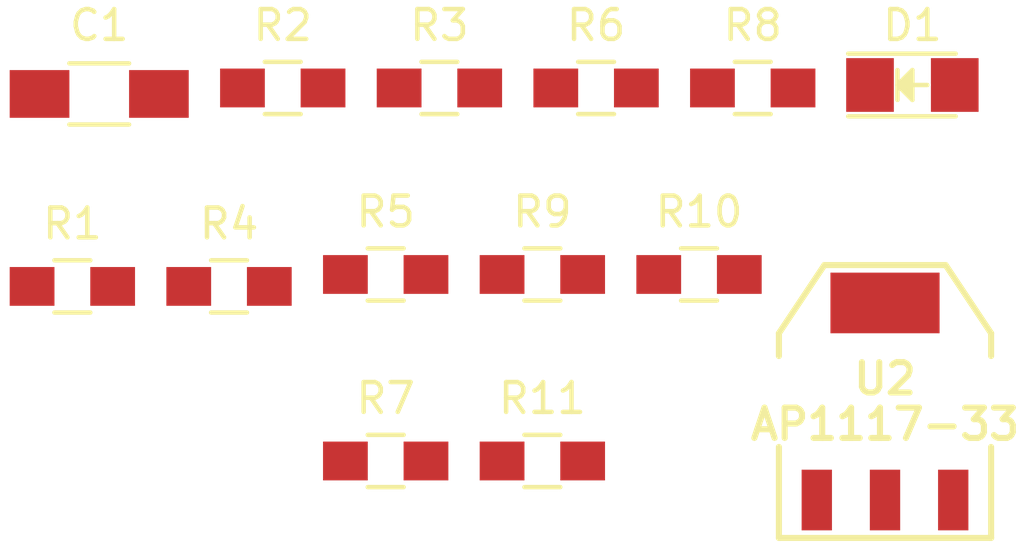
<source format=kicad_pcb>
(kicad_pcb (version 20171130) (host pcbnew 5.0.0-rc2-dev-unknown-cb2c447~63~ubuntu16.04.1)

  (general
    (thickness 1.6)
    (drawings 0)
    (tracks 0)
    (zones 0)
    (modules 14)
    (nets 8)
  )

  (page A4)
  (layers
    (0 F.Cu signal)
    (31 B.Cu signal)
    (32 B.Adhes user)
    (33 F.Adhes user)
    (34 B.Paste user)
    (35 F.Paste user)
    (36 B.SilkS user)
    (37 F.SilkS user)
    (38 B.Mask user)
    (39 F.Mask user)
    (40 Dwgs.User user)
    (41 Cmts.User user)
    (42 Eco1.User user)
    (43 Eco2.User user)
    (44 Edge.Cuts user)
    (45 Margin user)
    (46 B.CrtYd user)
    (47 F.CrtYd user)
    (48 B.Fab user)
    (49 F.Fab user)
  )

  (setup
    (last_trace_width 0.25)
    (trace_clearance 0.2)
    (zone_clearance 0.508)
    (zone_45_only no)
    (trace_min 0.2)
    (segment_width 0.2)
    (edge_width 0.15)
    (via_size 0.8)
    (via_drill 0.4)
    (via_min_size 0.4)
    (via_min_drill 0.3)
    (uvia_size 0.3)
    (uvia_drill 0.1)
    (uvias_allowed no)
    (uvia_min_size 0.2)
    (uvia_min_drill 0.1)
    (pcb_text_width 0.3)
    (pcb_text_size 1.5 1.5)
    (mod_edge_width 0.15)
    (mod_text_size 1 1)
    (mod_text_width 0.15)
    (pad_size 1.524 1.524)
    (pad_drill 0.762)
    (pad_to_mask_clearance 0.2)
    (aux_axis_origin 0 0)
    (visible_elements FFFFFF7F)
    (pcbplotparams
      (layerselection 0x010fc_ffffffff)
      (usegerberextensions false)
      (usegerberattributes false)
      (usegerberadvancedattributes false)
      (creategerberjobfile false)
      (excludeedgelayer true)
      (linewidth 0.050000)
      (plotframeref false)
      (viasonmask false)
      (mode 1)
      (useauxorigin false)
      (hpglpennumber 1)
      (hpglpenspeed 20)
      (hpglpendiameter 15)
      (psnegative false)
      (psa4output false)
      (plotreference true)
      (plotvalue true)
      (plotinvisibletext false)
      (padsonsilk false)
      (subtractmaskfromsilk false)
      (outputformat 1)
      (mirror false)
      (drillshape 1)
      (scaleselection 1)
      (outputdirectory ""))
  )

  (net 0 "")
  (net 1 /RESET)
  (net 2 GND)
  (net 3 3V3)
  (net 4 "Net-(D1-Pad1)")
  (net 5 "Net-(R6-Pad1)")
  (net 6 "Net-(R10-Pad1)")
  (net 7 5V)

  (net_class Default "This is the default net class."
    (clearance 0.2)
    (trace_width 0.25)
    (via_dia 0.8)
    (via_drill 0.4)
    (uvia_dia 0.3)
    (uvia_drill 0.1)
    (add_net /RESET)
    (add_net 3V3)
    (add_net 5V)
    (add_net GND)
    (add_net "Net-(D1-Pad1)")
    (add_net "Net-(R10-Pad1)")
    (add_net "Net-(R6-Pad1)")
  )

  (module Capacitors_SMD.pretty:C_1206_HandSoldering (layer F.Cu) (tedit 541A9C03) (tstamp 5ACF7F37)
    (at 72.130401 45.231)
    (descr "Capacitor SMD 1206, hand soldering")
    (tags "capacitor 1206")
    (path /5AD16DB5)
    (attr smd)
    (fp_text reference C1 (at 0 -2.3) (layer F.SilkS)
      (effects (font (size 1 1) (thickness 0.15)))
    )
    (fp_text value 1uF (at 0 2.3) (layer F.Fab)
      (effects (font (size 1 1) (thickness 0.15)))
    )
    (fp_line (start -3.3 -1.15) (end 3.3 -1.15) (layer F.CrtYd) (width 0.05))
    (fp_line (start -3.3 1.15) (end 3.3 1.15) (layer F.CrtYd) (width 0.05))
    (fp_line (start -3.3 -1.15) (end -3.3 1.15) (layer F.CrtYd) (width 0.05))
    (fp_line (start 3.3 -1.15) (end 3.3 1.15) (layer F.CrtYd) (width 0.05))
    (fp_line (start 1 -1.025) (end -1 -1.025) (layer F.SilkS) (width 0.15))
    (fp_line (start -1 1.025) (end 1 1.025) (layer F.SilkS) (width 0.15))
    (pad 1 smd rect (at -2 0) (size 2 1.6) (layers F.Cu F.Paste F.Mask)
      (net 1 /RESET))
    (pad 2 smd rect (at 2 0) (size 2 1.6) (layers F.Cu F.Paste F.Mask)
      (net 2 GND))
    (model Capacitors_SMD.3dshapes/C_1206_HandSoldering.wrl
      (at (xyz 0 0 0))
      (scale (xyz 1 1 1))
      (rotate (xyz 0 0 0))
    )
  )

  (module LEDs.pretty:LED-1206 (layer F.Cu) (tedit 55BDE2E8) (tstamp 5ACF7F4D)
    (at 99.380401 44.931)
    (descr "LED 1206 smd package")
    (tags "LED1206 SMD")
    (path /5AD3B7A2)
    (attr smd)
    (fp_text reference D1 (at 0 -2) (layer F.SilkS)
      (effects (font (size 1 1) (thickness 0.15)))
    )
    (fp_text value red (at 0 2) (layer F.Fab)
      (effects (font (size 1 1) (thickness 0.15)))
    )
    (fp_line (start -2.15 1.05) (end 1.45 1.05) (layer F.SilkS) (width 0.15))
    (fp_line (start -2.15 -1.05) (end 1.45 -1.05) (layer F.SilkS) (width 0.15))
    (fp_line (start -0.1 -0.3) (end -0.1 0.3) (layer F.SilkS) (width 0.15))
    (fp_line (start -0.1 0.3) (end -0.4 0) (layer F.SilkS) (width 0.15))
    (fp_line (start -0.4 0) (end -0.2 -0.2) (layer F.SilkS) (width 0.15))
    (fp_line (start -0.2 -0.2) (end -0.2 0.05) (layer F.SilkS) (width 0.15))
    (fp_line (start -0.2 0.05) (end -0.25 0) (layer F.SilkS) (width 0.15))
    (fp_line (start -0.5 -0.5) (end -0.5 0.5) (layer F.SilkS) (width 0.15))
    (fp_line (start 0 0) (end 0.5 0) (layer F.SilkS) (width 0.15))
    (fp_line (start -0.5 0) (end 0 -0.5) (layer F.SilkS) (width 0.15))
    (fp_line (start 0 -0.5) (end 0 0.5) (layer F.SilkS) (width 0.15))
    (fp_line (start 0 0.5) (end -0.5 0) (layer F.SilkS) (width 0.15))
    (fp_line (start 2.5 -1.25) (end -2.5 -1.25) (layer F.CrtYd) (width 0.05))
    (fp_line (start -2.5 -1.25) (end -2.5 1.25) (layer F.CrtYd) (width 0.05))
    (fp_line (start -2.5 1.25) (end 2.5 1.25) (layer F.CrtYd) (width 0.05))
    (fp_line (start 2.5 1.25) (end 2.5 -1.25) (layer F.CrtYd) (width 0.05))
    (pad 2 smd rect (at 1.41986 0 180) (size 1.59766 1.80086) (layers F.Cu F.Paste F.Mask)
      (net 3 3V3))
    (pad 1 smd rect (at -1.41986 0 180) (size 1.59766 1.80086) (layers F.Cu F.Paste F.Mask)
      (net 4 "Net-(D1-Pad1)"))
  )

  (module Resistors_SMD.pretty:R_0805_HandSoldering (layer F.Cu) (tedit 54189DEE) (tstamp 5ACF7F59)
    (at 71.230401 51.681)
    (descr "Resistor SMD 0805, hand soldering")
    (tags "resistor 0805")
    (path /5AD15964)
    (attr smd)
    (fp_text reference R1 (at 0 -2.1) (layer F.SilkS)
      (effects (font (size 1 1) (thickness 0.15)))
    )
    (fp_text value 100k (at 0 2.1) (layer F.Fab)
      (effects (font (size 1 1) (thickness 0.15)))
    )
    (fp_line (start -0.6 -0.875) (end 0.6 -0.875) (layer F.SilkS) (width 0.15))
    (fp_line (start 0.6 0.875) (end -0.6 0.875) (layer F.SilkS) (width 0.15))
    (fp_line (start 2.4 -1) (end 2.4 1) (layer F.CrtYd) (width 0.05))
    (fp_line (start -2.4 -1) (end -2.4 1) (layer F.CrtYd) (width 0.05))
    (fp_line (start -2.4 1) (end 2.4 1) (layer F.CrtYd) (width 0.05))
    (fp_line (start -2.4 -1) (end 2.4 -1) (layer F.CrtYd) (width 0.05))
    (pad 2 smd rect (at 1.35 0) (size 1.5 1.3) (layers F.Cu F.Paste F.Mask)
      (net 3 3V3))
    (pad 1 smd rect (at -1.35 0) (size 1.5 1.3) (layers F.Cu F.Paste F.Mask)
      (net 1 /RESET))
    (model Resistors_SMD.3dshapes/R_0805_HandSoldering.wrl
      (at (xyz 0 0 0))
      (scale (xyz 1 1 1))
      (rotate (xyz 0 0 0))
    )
  )

  (module Resistors_SMD.pretty:R_0805_HandSoldering (layer F.Cu) (tedit 54189DEE) (tstamp 5ACF7F65)
    (at 78.280401 45.031)
    (descr "Resistor SMD 0805, hand soldering")
    (tags "resistor 0805")
    (path /5AD3CC53)
    (attr smd)
    (fp_text reference R2 (at 0 -2.1) (layer F.SilkS)
      (effects (font (size 1 1) (thickness 0.15)))
    )
    (fp_text value 1k (at 0 2.1) (layer F.Fab)
      (effects (font (size 1 1) (thickness 0.15)))
    )
    (fp_line (start -2.4 -1) (end 2.4 -1) (layer F.CrtYd) (width 0.05))
    (fp_line (start -2.4 1) (end 2.4 1) (layer F.CrtYd) (width 0.05))
    (fp_line (start -2.4 -1) (end -2.4 1) (layer F.CrtYd) (width 0.05))
    (fp_line (start 2.4 -1) (end 2.4 1) (layer F.CrtYd) (width 0.05))
    (fp_line (start 0.6 0.875) (end -0.6 0.875) (layer F.SilkS) (width 0.15))
    (fp_line (start -0.6 -0.875) (end 0.6 -0.875) (layer F.SilkS) (width 0.15))
    (pad 1 smd rect (at -1.35 0) (size 1.5 1.3) (layers F.Cu F.Paste F.Mask)
      (net 2 GND))
    (pad 2 smd rect (at 1.35 0) (size 1.5 1.3) (layers F.Cu F.Paste F.Mask)
      (net 4 "Net-(D1-Pad1)"))
    (model Resistors_SMD.3dshapes/R_0805_HandSoldering.wrl
      (at (xyz 0 0 0))
      (scale (xyz 1 1 1))
      (rotate (xyz 0 0 0))
    )
  )

  (module Resistors_SMD.pretty:R_0805_HandSoldering (layer F.Cu) (tedit 54189DEE) (tstamp 5ACF7F71)
    (at 83.530401 45.031)
    (descr "Resistor SMD 0805, hand soldering")
    (tags "resistor 0805")
    (path /5AD0B291)
    (attr smd)
    (fp_text reference R3 (at 0 -2.1) (layer F.SilkS)
      (effects (font (size 1 1) (thickness 0.15)))
    )
    (fp_text value 100k (at 0 2.1) (layer F.Fab)
      (effects (font (size 1 1) (thickness 0.15)))
    )
    (fp_line (start -2.4 -1) (end 2.4 -1) (layer F.CrtYd) (width 0.05))
    (fp_line (start -2.4 1) (end 2.4 1) (layer F.CrtYd) (width 0.05))
    (fp_line (start -2.4 -1) (end -2.4 1) (layer F.CrtYd) (width 0.05))
    (fp_line (start 2.4 -1) (end 2.4 1) (layer F.CrtYd) (width 0.05))
    (fp_line (start 0.6 0.875) (end -0.6 0.875) (layer F.SilkS) (width 0.15))
    (fp_line (start -0.6 -0.875) (end 0.6 -0.875) (layer F.SilkS) (width 0.15))
    (pad 1 smd rect (at -1.35 0) (size 1.5 1.3) (layers F.Cu F.Paste F.Mask))
    (pad 2 smd rect (at 1.35 0) (size 1.5 1.3) (layers F.Cu F.Paste F.Mask))
    (model Resistors_SMD.3dshapes/R_0805_HandSoldering.wrl
      (at (xyz 0 0 0))
      (scale (xyz 1 1 1))
      (rotate (xyz 0 0 0))
    )
  )

  (module Resistors_SMD.pretty:R_0805_HandSoldering (layer F.Cu) (tedit 54189DEE) (tstamp 5ACF7F7D)
    (at 76.480401 51.681)
    (descr "Resistor SMD 0805, hand soldering")
    (tags "resistor 0805")
    (path /5AD026E6)
    (attr smd)
    (fp_text reference R4 (at 0 -2.1) (layer F.SilkS)
      (effects (font (size 1 1) (thickness 0.15)))
    )
    (fp_text value 1k (at 0 2.1) (layer F.Fab)
      (effects (font (size 1 1) (thickness 0.15)))
    )
    (fp_line (start -0.6 -0.875) (end 0.6 -0.875) (layer F.SilkS) (width 0.15))
    (fp_line (start 0.6 0.875) (end -0.6 0.875) (layer F.SilkS) (width 0.15))
    (fp_line (start 2.4 -1) (end 2.4 1) (layer F.CrtYd) (width 0.05))
    (fp_line (start -2.4 -1) (end -2.4 1) (layer F.CrtYd) (width 0.05))
    (fp_line (start -2.4 1) (end 2.4 1) (layer F.CrtYd) (width 0.05))
    (fp_line (start -2.4 -1) (end 2.4 -1) (layer F.CrtYd) (width 0.05))
    (pad 2 smd rect (at 1.35 0) (size 1.5 1.3) (layers F.Cu F.Paste F.Mask))
    (pad 1 smd rect (at -1.35 0) (size 1.5 1.3) (layers F.Cu F.Paste F.Mask))
    (model Resistors_SMD.3dshapes/R_0805_HandSoldering.wrl
      (at (xyz 0 0 0))
      (scale (xyz 1 1 1))
      (rotate (xyz 0 0 0))
    )
  )

  (module Resistors_SMD.pretty:R_0805_HandSoldering (layer F.Cu) (tedit 54189DEE) (tstamp 5ACF7F89)
    (at 81.730401 51.281)
    (descr "Resistor SMD 0805, hand soldering")
    (tags "resistor 0805")
    (path /5AD033F9)
    (attr smd)
    (fp_text reference R5 (at 0 -2.1) (layer F.SilkS)
      (effects (font (size 1 1) (thickness 0.15)))
    )
    (fp_text value 1k (at 0 2.1) (layer F.Fab)
      (effects (font (size 1 1) (thickness 0.15)))
    )
    (fp_line (start -2.4 -1) (end 2.4 -1) (layer F.CrtYd) (width 0.05))
    (fp_line (start -2.4 1) (end 2.4 1) (layer F.CrtYd) (width 0.05))
    (fp_line (start -2.4 -1) (end -2.4 1) (layer F.CrtYd) (width 0.05))
    (fp_line (start 2.4 -1) (end 2.4 1) (layer F.CrtYd) (width 0.05))
    (fp_line (start 0.6 0.875) (end -0.6 0.875) (layer F.SilkS) (width 0.15))
    (fp_line (start -0.6 -0.875) (end 0.6 -0.875) (layer F.SilkS) (width 0.15))
    (pad 1 smd rect (at -1.35 0) (size 1.5 1.3) (layers F.Cu F.Paste F.Mask))
    (pad 2 smd rect (at 1.35 0) (size 1.5 1.3) (layers F.Cu F.Paste F.Mask))
    (model Resistors_SMD.3dshapes/R_0805_HandSoldering.wrl
      (at (xyz 0 0 0))
      (scale (xyz 1 1 1))
      (rotate (xyz 0 0 0))
    )
  )

  (module Resistors_SMD.pretty:R_0805_HandSoldering (layer F.Cu) (tedit 54189DEE) (tstamp 5ACF7F95)
    (at 88.780401 45.031)
    (descr "Resistor SMD 0805, hand soldering")
    (tags "resistor 0805")
    (path /5AD00BD8)
    (attr smd)
    (fp_text reference R6 (at 0 -2.1) (layer F.SilkS)
      (effects (font (size 1 1) (thickness 0.15)))
    )
    (fp_text value 1k (at 0 2.1) (layer F.Fab)
      (effects (font (size 1 1) (thickness 0.15)))
    )
    (fp_line (start -2.4 -1) (end 2.4 -1) (layer F.CrtYd) (width 0.05))
    (fp_line (start -2.4 1) (end 2.4 1) (layer F.CrtYd) (width 0.05))
    (fp_line (start -2.4 -1) (end -2.4 1) (layer F.CrtYd) (width 0.05))
    (fp_line (start 2.4 -1) (end 2.4 1) (layer F.CrtYd) (width 0.05))
    (fp_line (start 0.6 0.875) (end -0.6 0.875) (layer F.SilkS) (width 0.15))
    (fp_line (start -0.6 -0.875) (end 0.6 -0.875) (layer F.SilkS) (width 0.15))
    (pad 1 smd rect (at -1.35 0) (size 1.5 1.3) (layers F.Cu F.Paste F.Mask)
      (net 5 "Net-(R6-Pad1)"))
    (pad 2 smd rect (at 1.35 0) (size 1.5 1.3) (layers F.Cu F.Paste F.Mask))
    (model Resistors_SMD.3dshapes/R_0805_HandSoldering.wrl
      (at (xyz 0 0 0))
      (scale (xyz 1 1 1))
      (rotate (xyz 0 0 0))
    )
  )

  (module Resistors_SMD.pretty:R_0805_HandSoldering (layer F.Cu) (tedit 54189DEE) (tstamp 5ACF7FA1)
    (at 81.730401 57.531)
    (descr "Resistor SMD 0805, hand soldering")
    (tags "resistor 0805")
    (path /5AD00C73)
    (attr smd)
    (fp_text reference R7 (at 0 -2.1) (layer F.SilkS)
      (effects (font (size 1 1) (thickness 0.15)))
    )
    (fp_text value 1k (at 0 2.1) (layer F.Fab)
      (effects (font (size 1 1) (thickness 0.15)))
    )
    (fp_line (start -0.6 -0.875) (end 0.6 -0.875) (layer F.SilkS) (width 0.15))
    (fp_line (start 0.6 0.875) (end -0.6 0.875) (layer F.SilkS) (width 0.15))
    (fp_line (start 2.4 -1) (end 2.4 1) (layer F.CrtYd) (width 0.05))
    (fp_line (start -2.4 -1) (end -2.4 1) (layer F.CrtYd) (width 0.05))
    (fp_line (start -2.4 1) (end 2.4 1) (layer F.CrtYd) (width 0.05))
    (fp_line (start -2.4 -1) (end 2.4 -1) (layer F.CrtYd) (width 0.05))
    (pad 2 smd rect (at 1.35 0) (size 1.5 1.3) (layers F.Cu F.Paste F.Mask))
    (pad 1 smd rect (at -1.35 0) (size 1.5 1.3) (layers F.Cu F.Paste F.Mask)
      (net 6 "Net-(R10-Pad1)"))
    (model Resistors_SMD.3dshapes/R_0805_HandSoldering.wrl
      (at (xyz 0 0 0))
      (scale (xyz 1 1 1))
      (rotate (xyz 0 0 0))
    )
  )

  (module Resistors_SMD.pretty:R_0805_HandSoldering (layer F.Cu) (tedit 54189DEE) (tstamp 5ACF7FAD)
    (at 94.030401 45.031)
    (descr "Resistor SMD 0805, hand soldering")
    (tags "resistor 0805")
    (path /5AD06BF1)
    (attr smd)
    (fp_text reference R8 (at 0 -2.1) (layer F.SilkS)
      (effects (font (size 1 1) (thickness 0.15)))
    )
    (fp_text value 100k (at 0 2.1) (layer F.Fab)
      (effects (font (size 1 1) (thickness 0.15)))
    )
    (fp_line (start -0.6 -0.875) (end 0.6 -0.875) (layer F.SilkS) (width 0.15))
    (fp_line (start 0.6 0.875) (end -0.6 0.875) (layer F.SilkS) (width 0.15))
    (fp_line (start 2.4 -1) (end 2.4 1) (layer F.CrtYd) (width 0.05))
    (fp_line (start -2.4 -1) (end -2.4 1) (layer F.CrtYd) (width 0.05))
    (fp_line (start -2.4 1) (end 2.4 1) (layer F.CrtYd) (width 0.05))
    (fp_line (start -2.4 -1) (end 2.4 -1) (layer F.CrtYd) (width 0.05))
    (pad 2 smd rect (at 1.35 0) (size 1.5 1.3) (layers F.Cu F.Paste F.Mask))
    (pad 1 smd rect (at -1.35 0) (size 1.5 1.3) (layers F.Cu F.Paste F.Mask))
    (model Resistors_SMD.3dshapes/R_0805_HandSoldering.wrl
      (at (xyz 0 0 0))
      (scale (xyz 1 1 1))
      (rotate (xyz 0 0 0))
    )
  )

  (module Resistors_SMD.pretty:R_0805_HandSoldering (layer F.Cu) (tedit 54189DEE) (tstamp 5ACF7FB9)
    (at 86.980401 51.281)
    (descr "Resistor SMD 0805, hand soldering")
    (tags "resistor 0805")
    (path /5AD018B6)
    (attr smd)
    (fp_text reference R9 (at 0 -2.1) (layer F.SilkS)
      (effects (font (size 1 1) (thickness 0.15)))
    )
    (fp_text value 47k (at 0 2.1) (layer F.Fab)
      (effects (font (size 1 1) (thickness 0.15)))
    )
    (fp_line (start -2.4 -1) (end 2.4 -1) (layer F.CrtYd) (width 0.05))
    (fp_line (start -2.4 1) (end 2.4 1) (layer F.CrtYd) (width 0.05))
    (fp_line (start -2.4 -1) (end -2.4 1) (layer F.CrtYd) (width 0.05))
    (fp_line (start 2.4 -1) (end 2.4 1) (layer F.CrtYd) (width 0.05))
    (fp_line (start 0.6 0.875) (end -0.6 0.875) (layer F.SilkS) (width 0.15))
    (fp_line (start -0.6 -0.875) (end 0.6 -0.875) (layer F.SilkS) (width 0.15))
    (pad 1 smd rect (at -1.35 0) (size 1.5 1.3) (layers F.Cu F.Paste F.Mask)
      (net 7 5V))
    (pad 2 smd rect (at 1.35 0) (size 1.5 1.3) (layers F.Cu F.Paste F.Mask)
      (net 5 "Net-(R6-Pad1)"))
    (model Resistors_SMD.3dshapes/R_0805_HandSoldering.wrl
      (at (xyz 0 0 0))
      (scale (xyz 1 1 1))
      (rotate (xyz 0 0 0))
    )
  )

  (module Resistors_SMD.pretty:R_0805_HandSoldering (layer F.Cu) (tedit 54189DEE) (tstamp 5ACF7FC5)
    (at 92.230401 51.281)
    (descr "Resistor SMD 0805, hand soldering")
    (tags "resistor 0805")
    (path /5AD0191E)
    (attr smd)
    (fp_text reference R10 (at 0 -2.1) (layer F.SilkS)
      (effects (font (size 1 1) (thickness 0.15)))
    )
    (fp_text value 47k (at 0 2.1) (layer F.Fab)
      (effects (font (size 1 1) (thickness 0.15)))
    )
    (fp_line (start -0.6 -0.875) (end 0.6 -0.875) (layer F.SilkS) (width 0.15))
    (fp_line (start 0.6 0.875) (end -0.6 0.875) (layer F.SilkS) (width 0.15))
    (fp_line (start 2.4 -1) (end 2.4 1) (layer F.CrtYd) (width 0.05))
    (fp_line (start -2.4 -1) (end -2.4 1) (layer F.CrtYd) (width 0.05))
    (fp_line (start -2.4 1) (end 2.4 1) (layer F.CrtYd) (width 0.05))
    (fp_line (start -2.4 -1) (end 2.4 -1) (layer F.CrtYd) (width 0.05))
    (pad 2 smd rect (at 1.35 0) (size 1.5 1.3) (layers F.Cu F.Paste F.Mask)
      (net 7 5V))
    (pad 1 smd rect (at -1.35 0) (size 1.5 1.3) (layers F.Cu F.Paste F.Mask)
      (net 6 "Net-(R10-Pad1)"))
    (model Resistors_SMD.3dshapes/R_0805_HandSoldering.wrl
      (at (xyz 0 0 0))
      (scale (xyz 1 1 1))
      (rotate (xyz 0 0 0))
    )
  )

  (module Resistors_SMD.pretty:R_0805_HandSoldering (layer F.Cu) (tedit 54189DEE) (tstamp 5ACF7FD1)
    (at 86.980401 57.531)
    (descr "Resistor SMD 0805, hand soldering")
    (tags "resistor 0805")
    (path /5AD0203D)
    (attr smd)
    (fp_text reference R11 (at 0 -2.1) (layer F.SilkS)
      (effects (font (size 1 1) (thickness 0.15)))
    )
    (fp_text value 1k (at 0 2.1) (layer F.Fab)
      (effects (font (size 1 1) (thickness 0.15)))
    )
    (fp_line (start -2.4 -1) (end 2.4 -1) (layer F.CrtYd) (width 0.05))
    (fp_line (start -2.4 1) (end 2.4 1) (layer F.CrtYd) (width 0.05))
    (fp_line (start -2.4 -1) (end -2.4 1) (layer F.CrtYd) (width 0.05))
    (fp_line (start 2.4 -1) (end 2.4 1) (layer F.CrtYd) (width 0.05))
    (fp_line (start 0.6 0.875) (end -0.6 0.875) (layer F.SilkS) (width 0.15))
    (fp_line (start -0.6 -0.875) (end 0.6 -0.875) (layer F.SilkS) (width 0.15))
    (pad 1 smd rect (at -1.35 0) (size 1.5 1.3) (layers F.Cu F.Paste F.Mask))
    (pad 2 smd rect (at 1.35 0) (size 1.5 1.3) (layers F.Cu F.Paste F.Mask))
    (model Resistors_SMD.3dshapes/R_0805_HandSoldering.wrl
      (at (xyz 0 0 0))
      (scale (xyz 1 1 1))
      (rotate (xyz 0 0 0))
    )
  )

  (module modules:SOT-223-REGULATOR (layer F.Cu) (tedit 542D4F10) (tstamp 5ACF8BF6)
    (at 98.4631 55.5371)
    (descr "module CMS SOT223 4 pins")
    (tags "CMS SOT")
    (path /5AD43D6E)
    (attr smd)
    (fp_text reference U2 (at 0 -0.762) (layer F.SilkS)
      (effects (font (size 1.016 1.016) (thickness 0.2032)))
    )
    (fp_text value AP1117-33 (at 0 0.762) (layer F.SilkS)
      (effects (font (size 1.016 1.016) (thickness 0.2032)))
    )
    (fp_line (start -3.556 1.524) (end -3.556 4.572) (layer F.SilkS) (width 0.2032))
    (fp_line (start -3.556 4.572) (end 3.556 4.572) (layer F.SilkS) (width 0.2032))
    (fp_line (start 3.556 4.572) (end 3.556 1.524) (layer F.SilkS) (width 0.2032))
    (fp_line (start -3.556 -1.524) (end -3.556 -2.286) (layer F.SilkS) (width 0.2032))
    (fp_line (start -3.556 -2.286) (end -2.032 -4.572) (layer F.SilkS) (width 0.2032))
    (fp_line (start -2.032 -4.572) (end 2.032 -4.572) (layer F.SilkS) (width 0.2032))
    (fp_line (start 2.032 -4.572) (end 3.556 -2.286) (layer F.SilkS) (width 0.2032))
    (fp_line (start 3.556 -2.286) (end 3.556 -1.524) (layer F.SilkS) (width 0.2032))
    (pad VO smd rect (at 0 -3.302) (size 3.6576 2.032) (layers F.Cu F.Paste F.Mask))
    (pad VO smd rect (at 0 3.302) (size 1.016 2.032) (layers F.Cu F.Paste F.Mask))
    (pad VI smd rect (at 2.286 3.302) (size 1.016 2.032) (layers F.Cu F.Paste F.Mask))
    (pad GND smd rect (at -2.286 3.302) (size 1.016 2.032) (layers F.Cu F.Paste F.Mask))
    (model smd/SOT223.wrl
      (at (xyz 0 0 0))
      (scale (xyz 0.4 0.4 0.4))
      (rotate (xyz 0 0 0))
    )
  )

)

</source>
